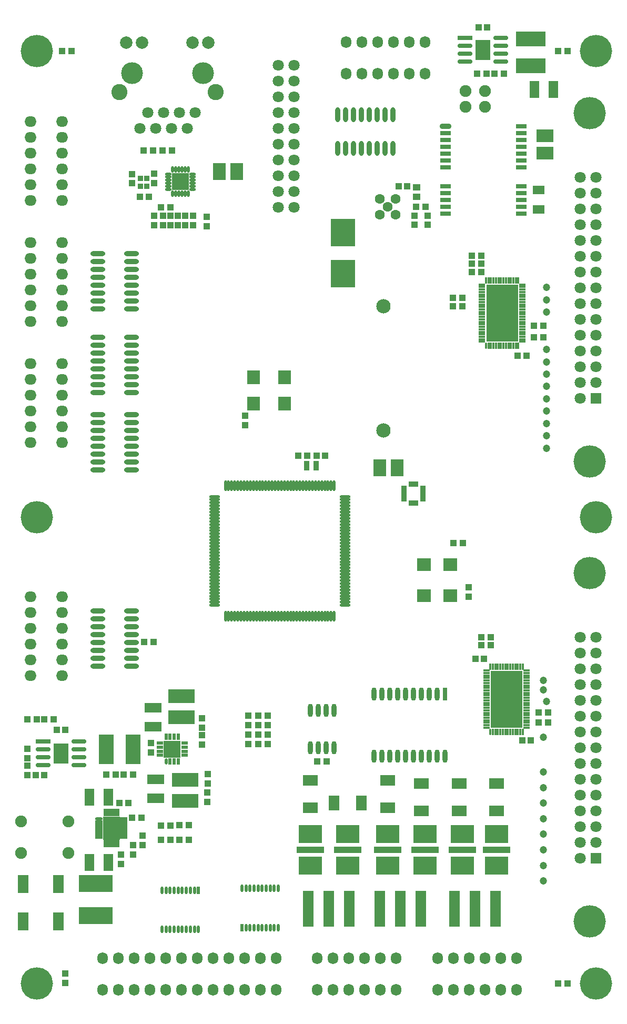
<source format=gts>
G04 Layer_Color=8388736*
%FSLAX44Y44*%
%MOMM*%
G71*
G01*
G75*
%ADD119R,1.0032X1.1032*%
%ADD120R,1.1032X1.0032*%
%ADD121O,1.0532X0.5032*%
%ADD122O,0.5032X1.0532*%
%ADD123R,2.8032X2.8032*%
%ADD124R,5.5032X2.7032*%
%ADD125C,1.2032*%
%ADD126R,2.0032X2.7032*%
%ADD127R,0.8500X0.9500*%
%ADD128R,1.0032X0.4032*%
%ADD129R,0.4032X1.0032*%
%ADD130O,0.4032X1.0032*%
%ADD131R,5.2032X9.2032*%
%ADD132R,1.2192X1.0032*%
%ADD133R,0.9032X1.6032*%
%ADD134R,0.5032X0.9032*%
%ADD135R,0.9032X0.5032*%
%ADD136R,1.0032X0.5032*%
%ADD137R,0.5032X1.0032*%
%ADD138O,0.5032X1.0032*%
%ADD139R,2.8032X2.8032*%
%ADD140R,2.8032X1.6032*%
%ADD141R,4.2032X2.2032*%
%ADD142R,2.4032X0.7032*%
%ADD143O,2.4032X0.7032*%
%ADD144R,2.3332X3.2032*%
%ADD145R,1.6032X2.8032*%
%ADD146R,0.5032X1.2032*%
%ADD147R,1.2032X0.5032*%
%ADD148O,1.2032X0.5032*%
%ADD149R,2.8032X3.8032*%
%ADD150R,1.8032X3.0032*%
%ADD151R,2.4032X1.7032*%
%ADD152R,3.7032X3.0032*%
%ADD153R,4.5032X1.0032*%
%ADD154R,1.7032X2.4032*%
%ADD155R,1.8032X5.8032*%
%ADD156O,2.4032X0.8032*%
%ADD157R,1.9032X1.4532*%
%ADD158O,0.4532X1.7532*%
%ADD159O,1.7532X0.4532*%
%ADD160R,2.0032X2.2032*%
%ADD161R,2.2032X2.0032*%
%ADD162O,0.8032X2.1032*%
%ADD163O,0.5032X1.2032*%
%ADD164R,0.5032X1.2032*%
G04:AMPARAMS|DCode=165|XSize=1.8032mm|YSize=0.8032mm|CornerRadius=0.2516mm|HoleSize=0mm|Usage=FLASHONLY|Rotation=0.000|XOffset=0mm|YOffset=0mm|HoleType=Round|Shape=RoundedRectangle|*
%AMROUNDEDRECTD165*
21,1,1.8032,0.3000,0,0,0.0*
21,1,1.3000,0.8032,0,0,0.0*
1,1,0.5032,0.6500,-0.1500*
1,1,0.5032,-0.6500,-0.1500*
1,1,0.5032,-0.6500,0.1500*
1,1,0.5032,0.6500,0.1500*
%
%ADD165ROUNDEDRECTD165*%
%ADD166R,1.8032X0.8032*%
%ADD167R,0.8032X2.1032*%
%ADD168O,0.8032X2.1032*%
%ADD169R,2.7032X2.0032*%
%ADD170R,2.4032X4.7032*%
%ADD171O,0.8032X2.4032*%
%ADD172R,4.0032X4.4032*%
%ADD173R,4.7032X2.4032*%
%ADD174C,2.6032*%
%ADD175C,1.8032*%
%ADD176C,3.5032*%
%ADD177C,2.0032*%
%ADD178C,2.3032*%
%ADD179O,1.7032X1.9032*%
%ADD180O,1.9032X1.7032*%
%ADD181C,1.6032*%
%ADD182R,1.8032X1.8032*%
%ADD183C,1.9032*%
%ADD184C,5.2032*%
%ADD185C,0.7032*%
D119*
X567620Y1690000D02*
D03*
X552380D02*
D03*
X536620D02*
D03*
X521380D02*
D03*
X946000Y1633000D02*
D03*
X932000D02*
D03*
X975620Y1600000D02*
D03*
X960380D02*
D03*
X1189380Y1850000D02*
D03*
X1204620D02*
D03*
X1189380Y350000D02*
D03*
X1204620D02*
D03*
X405620Y1850000D02*
D03*
X390380D02*
D03*
X1150380Y1408000D02*
D03*
X1165620D02*
D03*
X1150380Y1390000D02*
D03*
X1165620D02*
D03*
X530000Y1616000D02*
D03*
X516000D02*
D03*
X549380Y1599000D02*
D03*
X564620D02*
D03*
X1124000Y1360000D02*
D03*
X1138000D02*
D03*
X1065620Y1521000D02*
D03*
X1050380D02*
D03*
X1065620Y1508000D02*
D03*
X1050380D02*
D03*
X1065620Y1495000D02*
D03*
X1050380D02*
D03*
X1034620Y1453000D02*
D03*
X1019380D02*
D03*
X1034620Y1440000D02*
D03*
X1019380D02*
D03*
X1157380Y786000D02*
D03*
X1172620D02*
D03*
X1157380Y770000D02*
D03*
X1172620D02*
D03*
X1131000Y741000D02*
D03*
X1145000D02*
D03*
X1070000Y872000D02*
D03*
X1056000D02*
D03*
X1080620Y894000D02*
D03*
X1065380D02*
D03*
X1080620Y907000D02*
D03*
X1065380D02*
D03*
X489380Y686000D02*
D03*
X504620D02*
D03*
X461380D02*
D03*
X476620D02*
D03*
X594620Y605000D02*
D03*
X579380D02*
D03*
X564620Y604000D02*
D03*
X549380D02*
D03*
X564620Y581000D02*
D03*
X549380D02*
D03*
X594620Y581000D02*
D03*
X579380D02*
D03*
X349620Y775000D02*
D03*
X334380D02*
D03*
X376620D02*
D03*
X361380D02*
D03*
X382000Y758000D02*
D03*
X396000D02*
D03*
X362000Y685000D02*
D03*
X348000D02*
D03*
X483000Y640000D02*
D03*
X497000D02*
D03*
X518620Y617000D02*
D03*
X503380D02*
D03*
X816620Y707000D02*
D03*
X801380D02*
D03*
X800000Y1199000D02*
D03*
X814000D02*
D03*
X785000Y1199000D02*
D03*
X771000D02*
D03*
X1020380Y1059000D02*
D03*
X1035620D02*
D03*
X522380Y899000D02*
D03*
X537620D02*
D03*
X1061000Y1888000D02*
D03*
X1075000D02*
D03*
X1086380Y1814000D02*
D03*
X1101620D02*
D03*
X1058380D02*
D03*
X1073620D02*
D03*
D120*
X979000Y1571000D02*
D03*
Y1585000D02*
D03*
X958000Y1571000D02*
D03*
Y1585000D02*
D03*
X396000Y365620D02*
D03*
Y350380D02*
D03*
X539000Y1652620D02*
D03*
Y1637380D02*
D03*
X503000Y1652000D02*
D03*
Y1638000D02*
D03*
X623000Y1583620D02*
D03*
Y1568380D02*
D03*
X601000Y1570380D02*
D03*
Y1585620D02*
D03*
X589000D02*
D03*
Y1570380D02*
D03*
X577000D02*
D03*
Y1585620D02*
D03*
X565000D02*
D03*
Y1570380D02*
D03*
X553000Y1585620D02*
D03*
Y1570380D02*
D03*
X539000D02*
D03*
Y1585620D02*
D03*
X685000Y1248380D02*
D03*
Y1263620D02*
D03*
X616000Y761380D02*
D03*
Y776620D02*
D03*
Y734380D02*
D03*
Y749620D02*
D03*
X534000Y721380D02*
D03*
Y736620D02*
D03*
X625000Y686620D02*
D03*
Y671380D02*
D03*
X624000Y657620D02*
D03*
Y642380D02*
D03*
X335000Y712380D02*
D03*
Y727620D02*
D03*
Y685380D02*
D03*
Y700620D02*
D03*
X520000Y587620D02*
D03*
Y572380D02*
D03*
X505000Y572620D02*
D03*
Y557380D02*
D03*
X485000Y557620D02*
D03*
Y542380D02*
D03*
X690000Y735380D02*
D03*
Y750620D02*
D03*
X706000Y735380D02*
D03*
Y750620D02*
D03*
X722000Y735380D02*
D03*
Y750620D02*
D03*
X690000Y765380D02*
D03*
Y780620D02*
D03*
X706000Y765380D02*
D03*
Y780620D02*
D03*
X722000Y765380D02*
D03*
Y780620D02*
D03*
X1045000Y972380D02*
D03*
Y987620D02*
D03*
D121*
X561500Y1652500D02*
D03*
Y1647500D02*
D03*
Y1642500D02*
D03*
Y1637500D02*
D03*
Y1632500D02*
D03*
Y1627500D02*
D03*
X600500D02*
D03*
Y1632500D02*
D03*
Y1637500D02*
D03*
Y1642500D02*
D03*
Y1647500D02*
D03*
Y1652500D02*
D03*
D122*
X568500Y1620500D02*
D03*
X573500D02*
D03*
X578500D02*
D03*
X583500D02*
D03*
X588500D02*
D03*
X593500D02*
D03*
Y1659500D02*
D03*
X588500D02*
D03*
X583500D02*
D03*
X578500D02*
D03*
X573500D02*
D03*
X568500D02*
D03*
D123*
X581000Y1640000D02*
D03*
D124*
X445000Y511000D02*
D03*
Y459000D02*
D03*
D125*
X1170000Y1470000D02*
D03*
Y1450000D02*
D03*
Y1430000D02*
D03*
Y1370000D02*
D03*
Y1350000D02*
D03*
Y1330500D02*
D03*
Y1311000D02*
D03*
Y1291000D02*
D03*
Y1271000D02*
D03*
Y1251000D02*
D03*
Y1231000D02*
D03*
Y1211034D02*
D03*
Y804000D02*
D03*
X1165000Y822000D02*
D03*
Y838000D02*
D03*
Y746000D02*
D03*
Y690000D02*
D03*
Y665000D02*
D03*
Y640000D02*
D03*
Y615000D02*
D03*
Y590000D02*
D03*
Y565000D02*
D03*
Y540000D02*
D03*
Y515000D02*
D03*
D126*
X644000Y1656000D02*
D03*
X672000D02*
D03*
X902000Y1180000D02*
D03*
X930000D02*
D03*
D127*
X516750Y1645750D02*
D03*
Y1632250D02*
D03*
X527250D02*
D03*
Y1645750D02*
D03*
D128*
X1066500Y1382500D02*
D03*
Y1386500D02*
D03*
Y1390500D02*
D03*
Y1394500D02*
D03*
Y1398500D02*
D03*
Y1402500D02*
D03*
Y1406500D02*
D03*
Y1410500D02*
D03*
Y1414500D02*
D03*
Y1418500D02*
D03*
Y1422500D02*
D03*
Y1426500D02*
D03*
Y1430500D02*
D03*
Y1434500D02*
D03*
Y1438500D02*
D03*
Y1442500D02*
D03*
Y1446500D02*
D03*
Y1450500D02*
D03*
Y1454500D02*
D03*
Y1458500D02*
D03*
Y1462500D02*
D03*
Y1466500D02*
D03*
Y1470500D02*
D03*
Y1474500D02*
D03*
X1131500D02*
D03*
Y1470500D02*
D03*
Y1466500D02*
D03*
Y1462500D02*
D03*
Y1458500D02*
D03*
Y1454500D02*
D03*
Y1450500D02*
D03*
Y1446500D02*
D03*
Y1442500D02*
D03*
Y1438500D02*
D03*
Y1434500D02*
D03*
Y1430500D02*
D03*
Y1426500D02*
D03*
Y1422500D02*
D03*
Y1418500D02*
D03*
Y1414500D02*
D03*
Y1410500D02*
D03*
Y1406500D02*
D03*
Y1402500D02*
D03*
Y1398500D02*
D03*
Y1394500D02*
D03*
Y1390500D02*
D03*
Y1386500D02*
D03*
Y1382500D02*
D03*
X1073500Y761500D02*
D03*
Y765500D02*
D03*
Y769500D02*
D03*
Y773500D02*
D03*
Y777500D02*
D03*
Y781500D02*
D03*
Y785500D02*
D03*
Y789500D02*
D03*
Y793500D02*
D03*
Y797500D02*
D03*
Y801500D02*
D03*
Y805500D02*
D03*
Y809500D02*
D03*
Y813500D02*
D03*
Y817500D02*
D03*
Y821500D02*
D03*
Y825500D02*
D03*
Y829500D02*
D03*
Y833500D02*
D03*
Y837500D02*
D03*
Y841500D02*
D03*
Y845500D02*
D03*
Y849500D02*
D03*
Y853500D02*
D03*
X1138500D02*
D03*
Y849500D02*
D03*
Y845500D02*
D03*
Y841500D02*
D03*
Y837500D02*
D03*
Y833500D02*
D03*
Y829500D02*
D03*
Y825500D02*
D03*
Y821500D02*
D03*
Y817500D02*
D03*
Y813500D02*
D03*
Y809500D02*
D03*
Y805500D02*
D03*
Y801500D02*
D03*
Y797500D02*
D03*
Y793500D02*
D03*
Y789500D02*
D03*
Y785500D02*
D03*
Y781500D02*
D03*
Y777500D02*
D03*
Y773500D02*
D03*
Y769500D02*
D03*
Y765500D02*
D03*
Y761500D02*
D03*
D129*
X1073000Y1481000D02*
D03*
X1077000D02*
D03*
X1081000D02*
D03*
X1085000D02*
D03*
X1089000D02*
D03*
X1093000D02*
D03*
X1097000D02*
D03*
X1101000D02*
D03*
X1105000D02*
D03*
X1109000D02*
D03*
X1113000D02*
D03*
X1117000D02*
D03*
X1121000D02*
D03*
X1125000D02*
D03*
Y1376000D02*
D03*
X1121000D02*
D03*
X1117000D02*
D03*
X1113000D02*
D03*
X1109000D02*
D03*
X1105000D02*
D03*
X1101000D02*
D03*
X1097000D02*
D03*
X1093000D02*
D03*
X1089000D02*
D03*
X1085000D02*
D03*
X1081000D02*
D03*
X1077000D02*
D03*
X1080000Y860000D02*
D03*
X1084000D02*
D03*
X1088000D02*
D03*
X1092000D02*
D03*
X1096000D02*
D03*
X1100000D02*
D03*
X1104000D02*
D03*
X1108000D02*
D03*
X1112000D02*
D03*
X1116000D02*
D03*
X1120000D02*
D03*
X1124000D02*
D03*
X1128000D02*
D03*
X1132000D02*
D03*
Y755000D02*
D03*
X1128000D02*
D03*
X1124000D02*
D03*
X1120000D02*
D03*
X1116000D02*
D03*
X1112000D02*
D03*
X1108000D02*
D03*
X1104000D02*
D03*
X1100000D02*
D03*
X1096000D02*
D03*
X1092000D02*
D03*
X1088000D02*
D03*
X1084000D02*
D03*
D130*
X1073000Y1376000D02*
D03*
X1080000Y755000D02*
D03*
D131*
X1099000Y1428500D02*
D03*
X1106000Y807500D02*
D03*
D132*
X961000Y1630620D02*
D03*
Y1615380D02*
D03*
D133*
X784500Y1183000D02*
D03*
X799500D02*
D03*
D134*
X951000Y1153000D02*
D03*
X956000D02*
D03*
X961000D02*
D03*
Y1123000D02*
D03*
X956000D02*
D03*
X951000D02*
D03*
D135*
X971000Y1148000D02*
D03*
Y1143000D02*
D03*
Y1138000D02*
D03*
Y1133000D02*
D03*
Y1128000D02*
D03*
X941000D02*
D03*
Y1133000D02*
D03*
Y1138000D02*
D03*
Y1143000D02*
D03*
Y1148000D02*
D03*
D136*
X548000Y717000D02*
D03*
Y723500D02*
D03*
Y730000D02*
D03*
Y736500D02*
D03*
X587500D02*
D03*
Y730000D02*
D03*
Y723500D02*
D03*
Y717000D02*
D03*
D137*
X558000Y747000D02*
D03*
X564500D02*
D03*
X571000D02*
D03*
X577500D02*
D03*
Y707000D02*
D03*
X571000D02*
D03*
X564500D02*
D03*
D138*
X558000D02*
D03*
D139*
X567750Y727000D02*
D03*
D140*
X541000Y678240D02*
D03*
Y647760D02*
D03*
X537000Y762760D02*
D03*
Y793240D02*
D03*
D141*
X589000Y678000D02*
D03*
Y644000D02*
D03*
X583000Y778000D02*
D03*
Y812000D02*
D03*
D142*
X360000Y739000D02*
D03*
X1039000Y1871000D02*
D03*
D143*
X360000Y726300D02*
D03*
Y713600D02*
D03*
Y700900D02*
D03*
X417500Y739000D02*
D03*
Y726300D02*
D03*
Y713600D02*
D03*
Y700900D02*
D03*
X1096500Y1832900D02*
D03*
Y1845600D02*
D03*
Y1858300D02*
D03*
Y1871000D02*
D03*
X1039000Y1832900D02*
D03*
Y1845600D02*
D03*
Y1858300D02*
D03*
D144*
X388750Y719950D02*
D03*
X1067750Y1851950D02*
D03*
D145*
X465240Y650000D02*
D03*
X434760D02*
D03*
X465240Y545000D02*
D03*
X434760D02*
D03*
X1150760Y1788000D02*
D03*
X1181240D02*
D03*
D146*
X460000Y625000D02*
D03*
X465000D02*
D03*
X470000D02*
D03*
X475000D02*
D03*
X480000D02*
D03*
Y575000D02*
D03*
X475000D02*
D03*
X470000D02*
D03*
X465000D02*
D03*
X460000D02*
D03*
D147*
X490000Y615000D02*
D03*
Y610000D02*
D03*
Y605000D02*
D03*
Y600000D02*
D03*
Y595000D02*
D03*
Y590000D02*
D03*
Y585000D02*
D03*
X450000D02*
D03*
Y590000D02*
D03*
Y595000D02*
D03*
Y600000D02*
D03*
Y605000D02*
D03*
Y610000D02*
D03*
D148*
Y615000D02*
D03*
D149*
X470000Y600000D02*
D03*
D150*
X385000Y510000D02*
D03*
X328000D02*
D03*
X385000Y450000D02*
D03*
X328000D02*
D03*
D151*
X790000Y677000D02*
D03*
Y633000D02*
D03*
X915000Y677000D02*
D03*
Y633000D02*
D03*
X1090000Y628000D02*
D03*
Y672000D02*
D03*
X1030000D02*
D03*
Y628000D02*
D03*
X969000D02*
D03*
Y672000D02*
D03*
D152*
X1090000Y590000D02*
D03*
Y540000D02*
D03*
X1035000Y590000D02*
D03*
Y540000D02*
D03*
X975000Y590000D02*
D03*
Y540000D02*
D03*
X915000Y590000D02*
D03*
Y540000D02*
D03*
X850000Y590000D02*
D03*
Y540000D02*
D03*
X790000Y590000D02*
D03*
Y540000D02*
D03*
D153*
X1090000Y565000D02*
D03*
X1035000D02*
D03*
X975000D02*
D03*
X915000D02*
D03*
X850000D02*
D03*
X790000D02*
D03*
D154*
X872000Y640000D02*
D03*
X828000D02*
D03*
D155*
X902000Y470000D02*
D03*
X968000D02*
D03*
X935000D02*
D03*
X787000D02*
D03*
X853000D02*
D03*
X820000D02*
D03*
X1022000D02*
D03*
X1088000D02*
D03*
X1055000D02*
D03*
D156*
X448000Y1524450D02*
D03*
Y1511750D02*
D03*
Y1499050D02*
D03*
Y1486350D02*
D03*
Y1473650D02*
D03*
Y1460950D02*
D03*
Y1448250D02*
D03*
Y1435550D02*
D03*
X502000Y1524450D02*
D03*
Y1511750D02*
D03*
Y1499050D02*
D03*
Y1486350D02*
D03*
Y1473650D02*
D03*
Y1460950D02*
D03*
Y1448250D02*
D03*
Y1435550D02*
D03*
Y1300550D02*
D03*
Y1313250D02*
D03*
Y1325950D02*
D03*
Y1338650D02*
D03*
Y1351350D02*
D03*
Y1364050D02*
D03*
Y1376750D02*
D03*
Y1389450D02*
D03*
X448000Y1300550D02*
D03*
Y1313250D02*
D03*
Y1325950D02*
D03*
Y1338650D02*
D03*
Y1351350D02*
D03*
Y1364050D02*
D03*
Y1376750D02*
D03*
Y1389450D02*
D03*
Y1265450D02*
D03*
Y1252750D02*
D03*
Y1240050D02*
D03*
Y1227350D02*
D03*
Y1214650D02*
D03*
Y1201950D02*
D03*
Y1189250D02*
D03*
Y1176550D02*
D03*
X502000Y1265450D02*
D03*
Y1252750D02*
D03*
Y1240050D02*
D03*
Y1227350D02*
D03*
Y1214650D02*
D03*
Y1201950D02*
D03*
Y1189250D02*
D03*
Y1176550D02*
D03*
Y860550D02*
D03*
Y873250D02*
D03*
Y885950D02*
D03*
Y898650D02*
D03*
Y911350D02*
D03*
Y924050D02*
D03*
Y936750D02*
D03*
Y949450D02*
D03*
X448000Y860550D02*
D03*
Y873250D02*
D03*
Y885950D02*
D03*
Y898650D02*
D03*
Y911350D02*
D03*
Y924050D02*
D03*
Y936750D02*
D03*
Y949450D02*
D03*
D157*
X1158002Y1595000D02*
D03*
Y1627000D02*
D03*
D158*
X828500Y1151250D02*
D03*
X823500D02*
D03*
X818500D02*
D03*
X813500D02*
D03*
X808500D02*
D03*
X803500D02*
D03*
X798500D02*
D03*
X793500D02*
D03*
X788500D02*
D03*
X783500D02*
D03*
X778500D02*
D03*
X773500D02*
D03*
X768500D02*
D03*
X763500D02*
D03*
X758500D02*
D03*
X753500D02*
D03*
X748500D02*
D03*
X743500D02*
D03*
X738500D02*
D03*
X733500D02*
D03*
X728500D02*
D03*
X723500D02*
D03*
X718500D02*
D03*
X713500D02*
D03*
X708500D02*
D03*
X703500D02*
D03*
X698500D02*
D03*
X693500D02*
D03*
X688500D02*
D03*
X683500D02*
D03*
X678500D02*
D03*
X673500D02*
D03*
X668500D02*
D03*
X663500D02*
D03*
X658500D02*
D03*
X653500D02*
D03*
Y940750D02*
D03*
X658500D02*
D03*
X663500D02*
D03*
X668500D02*
D03*
X673500D02*
D03*
X678500D02*
D03*
X683500D02*
D03*
X688500D02*
D03*
X693500D02*
D03*
X698500D02*
D03*
X703500D02*
D03*
X708500D02*
D03*
X713500D02*
D03*
X718500D02*
D03*
X723500D02*
D03*
X728500D02*
D03*
X733500D02*
D03*
X738500D02*
D03*
X743500D02*
D03*
X748500D02*
D03*
X753500D02*
D03*
X758500D02*
D03*
X763500D02*
D03*
X768500D02*
D03*
X773500D02*
D03*
X778500D02*
D03*
X783500D02*
D03*
X788500D02*
D03*
X793500D02*
D03*
X798500D02*
D03*
X803500D02*
D03*
X808500D02*
D03*
X813500D02*
D03*
X818500D02*
D03*
X823500D02*
D03*
X828500D02*
D03*
D159*
X635750Y1133500D02*
D03*
Y1128500D02*
D03*
Y1123500D02*
D03*
Y1118500D02*
D03*
Y1113500D02*
D03*
Y1108500D02*
D03*
Y1103500D02*
D03*
Y1098500D02*
D03*
Y1093500D02*
D03*
Y1088500D02*
D03*
Y1083500D02*
D03*
Y1078500D02*
D03*
Y1073500D02*
D03*
Y1068500D02*
D03*
Y1063500D02*
D03*
Y1058500D02*
D03*
Y1053500D02*
D03*
Y1048500D02*
D03*
Y1043500D02*
D03*
Y1038500D02*
D03*
Y1033500D02*
D03*
Y1028500D02*
D03*
Y1023500D02*
D03*
Y1018500D02*
D03*
Y1013500D02*
D03*
Y1008500D02*
D03*
Y1003500D02*
D03*
Y998500D02*
D03*
Y993500D02*
D03*
Y988500D02*
D03*
Y983500D02*
D03*
Y978500D02*
D03*
Y973500D02*
D03*
Y968500D02*
D03*
Y963500D02*
D03*
Y958500D02*
D03*
X846250D02*
D03*
Y963500D02*
D03*
Y968500D02*
D03*
Y973500D02*
D03*
Y978500D02*
D03*
Y983500D02*
D03*
Y988500D02*
D03*
Y993500D02*
D03*
Y998500D02*
D03*
Y1003500D02*
D03*
Y1008500D02*
D03*
Y1013500D02*
D03*
Y1018500D02*
D03*
Y1023500D02*
D03*
Y1028500D02*
D03*
Y1033500D02*
D03*
Y1038500D02*
D03*
Y1043500D02*
D03*
Y1048500D02*
D03*
Y1053500D02*
D03*
Y1058500D02*
D03*
Y1063500D02*
D03*
Y1068500D02*
D03*
Y1073500D02*
D03*
Y1078500D02*
D03*
Y1083500D02*
D03*
Y1088500D02*
D03*
Y1093500D02*
D03*
Y1098500D02*
D03*
Y1103500D02*
D03*
Y1108500D02*
D03*
Y1113500D02*
D03*
Y1118500D02*
D03*
Y1123500D02*
D03*
Y1128500D02*
D03*
Y1133500D02*
D03*
D160*
X699000Y1283000D02*
D03*
X749000D02*
D03*
X699000Y1325000D02*
D03*
X749000D02*
D03*
D161*
X1015000Y974000D02*
D03*
Y1024000D02*
D03*
X973000Y974000D02*
D03*
Y1024000D02*
D03*
D162*
X789950Y729000D02*
D03*
X802650D02*
D03*
X815350D02*
D03*
X828050D02*
D03*
X789950Y789000D02*
D03*
X802650D02*
D03*
X815350D02*
D03*
X828050D02*
D03*
D163*
X738500Y503000D02*
D03*
X732000D02*
D03*
X725500D02*
D03*
X719000D02*
D03*
X712500D02*
D03*
X706000D02*
D03*
X699500D02*
D03*
X693000D02*
D03*
X686500D02*
D03*
X680000D02*
D03*
X738500Y440000D02*
D03*
X732000D02*
D03*
X725500D02*
D03*
X719000D02*
D03*
X712500D02*
D03*
X706000D02*
D03*
X699500D02*
D03*
X693000D02*
D03*
X686500D02*
D03*
X551500Y437000D02*
D03*
X558000D02*
D03*
X564500D02*
D03*
X571000D02*
D03*
X577500D02*
D03*
X584000D02*
D03*
X590500D02*
D03*
X597000D02*
D03*
X603500D02*
D03*
X610000D02*
D03*
X551500Y500000D02*
D03*
X558000D02*
D03*
X564500D02*
D03*
X571000D02*
D03*
X577500D02*
D03*
X584000D02*
D03*
X590500D02*
D03*
X597000D02*
D03*
X603500D02*
D03*
D164*
X680000Y440000D02*
D03*
X610000Y500000D02*
D03*
D165*
X1008000Y1729000D02*
D03*
D166*
Y1718000D02*
D03*
Y1707000D02*
D03*
Y1696000D02*
D03*
Y1685000D02*
D03*
Y1674000D02*
D03*
Y1663000D02*
D03*
Y1633000D02*
D03*
Y1622000D02*
D03*
Y1611000D02*
D03*
Y1600000D02*
D03*
Y1589000D02*
D03*
X1130000Y1729000D02*
D03*
Y1718000D02*
D03*
Y1707000D02*
D03*
Y1696000D02*
D03*
Y1685000D02*
D03*
Y1674000D02*
D03*
Y1663000D02*
D03*
Y1633000D02*
D03*
Y1622000D02*
D03*
Y1611000D02*
D03*
Y1600000D02*
D03*
Y1589000D02*
D03*
D167*
X1006700Y816000D02*
D03*
D168*
X994000D02*
D03*
X981300D02*
D03*
X968600D02*
D03*
X955900D02*
D03*
X943200D02*
D03*
X930500D02*
D03*
X917800D02*
D03*
X1006700Y716000D02*
D03*
X994000D02*
D03*
X981300D02*
D03*
X968600D02*
D03*
X955900D02*
D03*
X943200D02*
D03*
X930500D02*
D03*
X917800D02*
D03*
X905100Y816000D02*
D03*
X892400D02*
D03*
Y716000D02*
D03*
X905100D02*
D03*
D169*
X1168000Y1686000D02*
D03*
Y1714000D02*
D03*
D170*
X461500Y727000D02*
D03*
X504500D02*
D03*
D171*
X834550Y1694000D02*
D03*
X847250D02*
D03*
X859950D02*
D03*
X872650D02*
D03*
X885350D02*
D03*
X898050D02*
D03*
X910750D02*
D03*
X923450D02*
D03*
X834550Y1748000D02*
D03*
X847250D02*
D03*
X859950D02*
D03*
X872650D02*
D03*
X885350D02*
D03*
X898050D02*
D03*
X910750D02*
D03*
X923450D02*
D03*
D172*
X843000Y1558000D02*
D03*
Y1492000D02*
D03*
D173*
X1145000Y1826500D02*
D03*
Y1869500D02*
D03*
D174*
X482550Y1784400D02*
D03*
X637450D02*
D03*
D175*
X604500Y1751400D02*
D03*
X579100D02*
D03*
X553700D02*
D03*
X528300D02*
D03*
X591750Y1726000D02*
D03*
X566400D02*
D03*
X541000D02*
D03*
X515600D02*
D03*
X738600Y1751300D02*
D03*
Y1802100D02*
D03*
Y1776700D02*
D03*
Y1827500D02*
D03*
Y1725900D02*
D03*
Y1700500D02*
D03*
Y1675100D02*
D03*
Y1649700D02*
D03*
Y1624300D02*
D03*
Y1598900D02*
D03*
X764000D02*
D03*
Y1624300D02*
D03*
Y1649700D02*
D03*
Y1675100D02*
D03*
Y1700500D02*
D03*
Y1725900D02*
D03*
Y1751300D02*
D03*
Y1776700D02*
D03*
Y1802100D02*
D03*
Y1827500D02*
D03*
X1224600Y1647000D02*
D03*
Y1621600D02*
D03*
Y1596200D02*
D03*
Y1570800D02*
D03*
Y1545400D02*
D03*
X1250000D02*
D03*
Y1570800D02*
D03*
Y1596200D02*
D03*
Y1621600D02*
D03*
Y1647000D02*
D03*
Y1520000D02*
D03*
Y1494600D02*
D03*
Y1469200D02*
D03*
Y1443800D02*
D03*
Y1418400D02*
D03*
Y1393000D02*
D03*
Y1367600D02*
D03*
Y1342200D02*
D03*
Y1316800D02*
D03*
X1224600Y1291400D02*
D03*
Y1316800D02*
D03*
Y1342200D02*
D03*
Y1367600D02*
D03*
Y1393000D02*
D03*
Y1418400D02*
D03*
Y1520000D02*
D03*
Y1469200D02*
D03*
Y1494600D02*
D03*
Y1443800D02*
D03*
Y907000D02*
D03*
Y881600D02*
D03*
Y856200D02*
D03*
Y830800D02*
D03*
Y805400D02*
D03*
X1250000D02*
D03*
Y830800D02*
D03*
Y856200D02*
D03*
Y881600D02*
D03*
Y907000D02*
D03*
Y780000D02*
D03*
Y754600D02*
D03*
Y729200D02*
D03*
Y703800D02*
D03*
Y678400D02*
D03*
Y653000D02*
D03*
Y627600D02*
D03*
Y602200D02*
D03*
Y576800D02*
D03*
X1224600Y551400D02*
D03*
Y576800D02*
D03*
Y602200D02*
D03*
Y627600D02*
D03*
Y653000D02*
D03*
Y678400D02*
D03*
Y780000D02*
D03*
Y729200D02*
D03*
Y754600D02*
D03*
Y703800D02*
D03*
D176*
X617150Y1814900D02*
D03*
X502850D02*
D03*
D177*
X493750Y1863900D02*
D03*
X626250D02*
D03*
X519150D02*
D03*
X600850D02*
D03*
D178*
X907500Y1440000D02*
D03*
Y1240000D02*
D03*
D179*
X684200Y339600D02*
D03*
X658800D02*
D03*
X633400D02*
D03*
X608000D02*
D03*
X582600D02*
D03*
X557200D02*
D03*
X531800D02*
D03*
X506400D02*
D03*
X481000D02*
D03*
X455600D02*
D03*
Y390400D02*
D03*
X481000D02*
D03*
X506400D02*
D03*
X531800D02*
D03*
X557200D02*
D03*
X582600D02*
D03*
X608000D02*
D03*
X633400D02*
D03*
X658800D02*
D03*
X684200D02*
D03*
X709600Y339600D02*
D03*
X735000D02*
D03*
X709600Y390400D02*
D03*
X735000D02*
D03*
X928000D02*
D03*
X902600D02*
D03*
X928000Y339600D02*
D03*
X902600D02*
D03*
X877200Y390400D02*
D03*
X851800D02*
D03*
X826400D02*
D03*
X801000D02*
D03*
Y339600D02*
D03*
X826400D02*
D03*
X851800D02*
D03*
X877200D02*
D03*
X1122000Y390400D02*
D03*
X1096600D02*
D03*
X1122000Y339600D02*
D03*
X1096600D02*
D03*
X1071200Y390400D02*
D03*
X1045800D02*
D03*
X1020400D02*
D03*
X995000D02*
D03*
Y339600D02*
D03*
X1020400D02*
D03*
X1045800D02*
D03*
X1071200D02*
D03*
X848000Y1813600D02*
D03*
X873400D02*
D03*
X848000Y1864400D02*
D03*
X873400D02*
D03*
X898800Y1813600D02*
D03*
X924200D02*
D03*
X949600D02*
D03*
X975000D02*
D03*
Y1864400D02*
D03*
X949600D02*
D03*
X924200D02*
D03*
X898800D02*
D03*
D180*
X390400Y1415000D02*
D03*
Y1440400D02*
D03*
X339600Y1415000D02*
D03*
Y1440400D02*
D03*
X390400Y1465800D02*
D03*
Y1491200D02*
D03*
Y1516600D02*
D03*
Y1542000D02*
D03*
X339600D02*
D03*
Y1516600D02*
D03*
Y1491200D02*
D03*
Y1465800D02*
D03*
X390400Y1220000D02*
D03*
Y1245400D02*
D03*
X339600Y1220000D02*
D03*
Y1245400D02*
D03*
X390400Y1270800D02*
D03*
Y1296200D02*
D03*
Y1321600D02*
D03*
Y1347000D02*
D03*
X339600D02*
D03*
Y1321600D02*
D03*
Y1296200D02*
D03*
Y1270800D02*
D03*
X390400Y1610000D02*
D03*
Y1635400D02*
D03*
X339600Y1610000D02*
D03*
Y1635400D02*
D03*
X390400Y1660800D02*
D03*
Y1686200D02*
D03*
Y1711600D02*
D03*
Y1737000D02*
D03*
X339600D02*
D03*
Y1711600D02*
D03*
Y1686200D02*
D03*
Y1660800D02*
D03*
X390400Y845000D02*
D03*
Y870400D02*
D03*
X339600Y845000D02*
D03*
Y870400D02*
D03*
X390400Y895800D02*
D03*
Y921200D02*
D03*
Y946600D02*
D03*
Y972000D02*
D03*
X339600D02*
D03*
Y946600D02*
D03*
Y921200D02*
D03*
Y895800D02*
D03*
D181*
X902000Y1612700D02*
D03*
X927400D02*
D03*
X902000Y1587300D02*
D03*
X927400D02*
D03*
X914700Y1600000D02*
D03*
D182*
X1250000Y1291400D02*
D03*
Y551400D02*
D03*
D183*
X324200Y610800D02*
D03*
Y560000D02*
D03*
X400400Y610800D02*
D03*
Y560000D02*
D03*
X1040000Y1760300D02*
D03*
Y1785700D02*
D03*
X1071000Y1760300D02*
D03*
Y1785700D02*
D03*
D184*
X1250000Y350000D02*
D03*
X1240000Y450000D02*
D03*
Y1010000D02*
D03*
Y1750000D02*
D03*
X1250000Y1850000D02*
D03*
X350000Y350000D02*
D03*
Y1850000D02*
D03*
X1240000Y1190000D02*
D03*
X1250000Y1100000D02*
D03*
X350000D02*
D03*
D185*
X581000Y1640000D02*
D03*
X591000D02*
D03*
X571000D02*
D03*
X581000Y1650000D02*
D03*
Y1630000D02*
D03*
M02*

</source>
